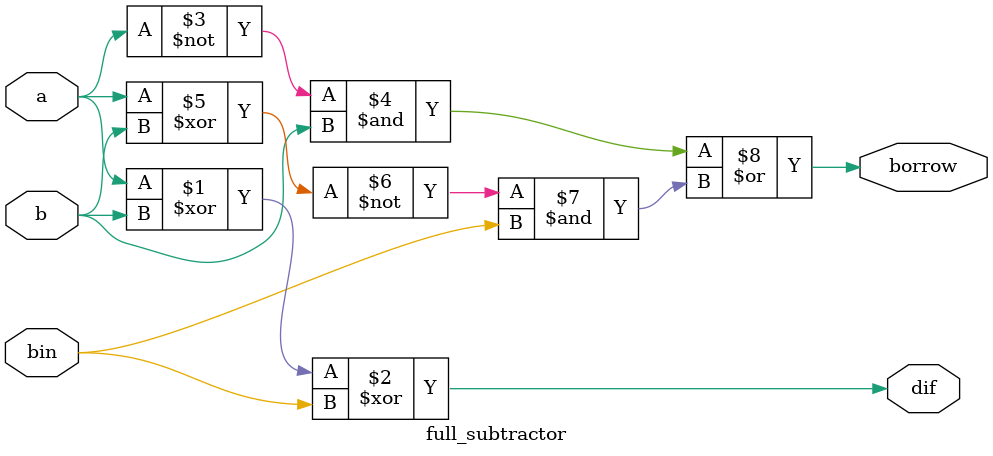
<source format=v>
module full_subtractor(input a,b,bin,output dif,borrow);
  assign dif = a^b^bin;
  assign borrow = (~a&b)|~(a^b)&bin;
endmodule

</source>
